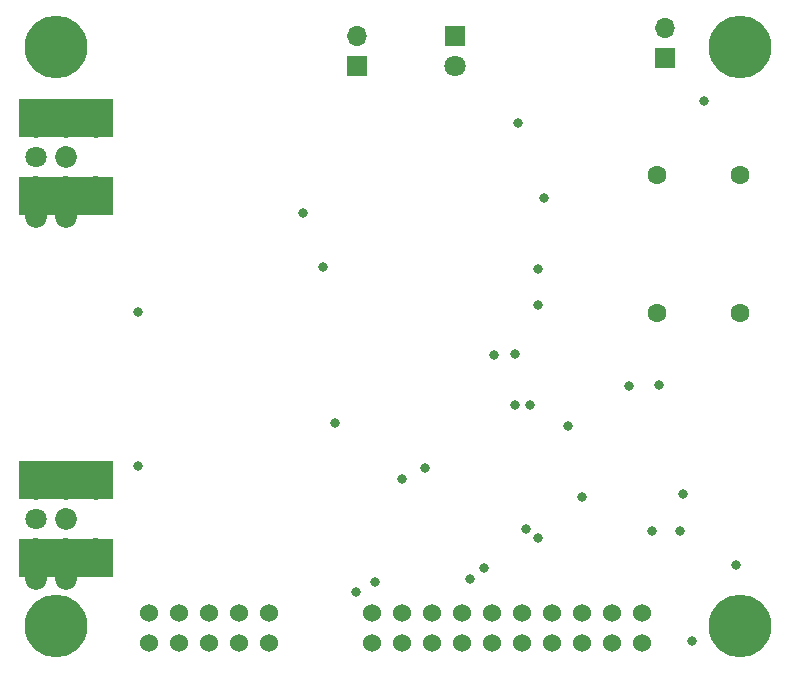
<source format=gbs>
G04 #@! TF.GenerationSoftware,KiCad,Pcbnew,7.0.8*
G04 #@! TF.CreationDate,2024-10-23T16:16:12+09:00*
G04 #@! TF.ProjectId,hat.pa30,6861742e-7061-4333-902e-6b696361645f,rev?*
G04 #@! TF.SameCoordinates,Original*
G04 #@! TF.FileFunction,Soldermask,Bot*
G04 #@! TF.FilePolarity,Negative*
%FSLAX46Y46*%
G04 Gerber Fmt 4.6, Leading zero omitted, Abs format (unit mm)*
G04 Created by KiCad (PCBNEW 7.0.8) date 2024-10-23 16:16:12*
%MOMM*%
%LPD*%
G01*
G04 APERTURE LIST*
%ADD10C,5.300000*%
%ADD11C,1.600000*%
%ADD12C,1.800000*%
%ADD13C,1.850000*%
%ADD14R,8.000000X3.300000*%
%ADD15R,1.800000X1.800000*%
%ADD16C,1.524000*%
%ADD17R,1.700000X1.700000*%
%ADD18O,1.700000X1.700000*%
%ADD19C,0.800000*%
G04 APERTURE END LIST*
D10*
X177800000Y-127400000D03*
D11*
X177843000Y-100957000D03*
X170843000Y-100957000D03*
D12*
X118237000Y-118364000D03*
D13*
X120777000Y-118364000D03*
X118237000Y-123444000D03*
X120777000Y-123444000D03*
D14*
X120777000Y-121664000D03*
D13*
X118237000Y-120904000D03*
X120777000Y-120904000D03*
X123317000Y-120904000D03*
X118237000Y-115824000D03*
X120777000Y-115824000D03*
X123317000Y-115824000D03*
D14*
X120777000Y-115064000D03*
X120777000Y-84457000D03*
D13*
X123317000Y-85217000D03*
X120777000Y-85217000D03*
X118237000Y-85217000D03*
X123317000Y-90297000D03*
X120777000Y-90297000D03*
X118237000Y-90297000D03*
D14*
X120777000Y-91057000D03*
D13*
X120777000Y-92837000D03*
X118237000Y-92837000D03*
X120777000Y-87757000D03*
D12*
X118237000Y-87757000D03*
D15*
X153670000Y-77470000D03*
D12*
X153670000Y-80010000D03*
D16*
X137922000Y-126365000D03*
X137922000Y-128905000D03*
X135382000Y-126365000D03*
X135382000Y-128905000D03*
X132842000Y-126365000D03*
X132842000Y-128905000D03*
X130302000Y-126365000D03*
X130302000Y-128905000D03*
X127762000Y-126365000D03*
X127762000Y-128905000D03*
D10*
X177800000Y-78400000D03*
D17*
X145415000Y-80010000D03*
D18*
X145415000Y-77470000D03*
D11*
X177838000Y-89289000D03*
X170838000Y-89289000D03*
D17*
X171450000Y-79375000D03*
D18*
X171450000Y-76835000D03*
D10*
X119888000Y-78400000D03*
X119888000Y-127410000D03*
D16*
X169545000Y-128905000D03*
X169545000Y-126365000D03*
X167005000Y-128905000D03*
X167005000Y-126365000D03*
X164465000Y-128905000D03*
X164465000Y-126365000D03*
X161925000Y-128905000D03*
X161925000Y-126365000D03*
X159385000Y-128905000D03*
X159385000Y-126365000D03*
X156845000Y-128905000D03*
X156845000Y-126365000D03*
X154305000Y-128905000D03*
X154305000Y-126365000D03*
X151765000Y-128905000D03*
X151765000Y-126365000D03*
X149225000Y-128905000D03*
X149225000Y-126365000D03*
X146685000Y-128905000D03*
X146685000Y-126365000D03*
D19*
X126873000Y-113919000D03*
X126873000Y-100838000D03*
X173750000Y-128750000D03*
X140843000Y-92500000D03*
X164500000Y-116500000D03*
X149250000Y-115000000D03*
X174750000Y-83000000D03*
X177500000Y-122250000D03*
X173000000Y-116250000D03*
X157000000Y-104500000D03*
X160020000Y-108712000D03*
X146900000Y-123700000D03*
X158750000Y-108712000D03*
X145300000Y-124600000D03*
X155000000Y-123500000D03*
X168402000Y-107098000D03*
X156200000Y-122500000D03*
X170942000Y-107058000D03*
X160750000Y-120000000D03*
X160750000Y-97250000D03*
X161250000Y-91186000D03*
X160750000Y-100250000D03*
X159750000Y-119250000D03*
X142494000Y-97028000D03*
X143510000Y-110236000D03*
X172720000Y-119380000D03*
X170380000Y-119380000D03*
X163250000Y-110500000D03*
X158750000Y-104394000D03*
X159004000Y-84836000D03*
X151130000Y-114046000D03*
M02*

</source>
